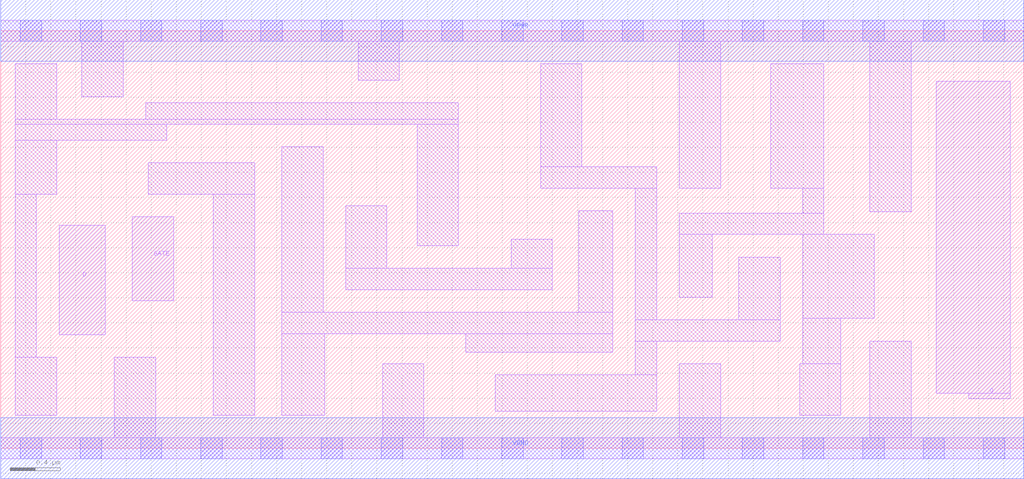
<source format=lef>
# Copyright 2020 The SkyWater PDK Authors
#
# Licensed under the Apache License, Version 2.0 (the "License");
# you may not use this file except in compliance with the License.
# You may obtain a copy of the License at
#
#     https://www.apache.org/licenses/LICENSE-2.0
#
# Unless required by applicable law or agreed to in writing, software
# distributed under the License is distributed on an "AS IS" BASIS,
# WITHOUT WARRANTIES OR CONDITIONS OF ANY KIND, either express or implied.
# See the License for the specific language governing permissions and
# limitations under the License.
#
# SPDX-License-Identifier: Apache-2.0

VERSION 5.7 ;
  NOWIREEXTENSIONATPIN ON ;
  DIVIDERCHAR "/" ;
  BUSBITCHARS "[]" ;
UNITS
  DATABASE MICRONS 200 ;
END UNITS
MACRO sky130_fd_sc_lp__dlxtp_lp2
  CLASS CORE ;
  FOREIGN sky130_fd_sc_lp__dlxtp_lp2 ;
  ORIGIN  0.000000  0.000000 ;
  SIZE  8.160000 BY  3.330000 ;
  SYMMETRY X Y R90 ;
  SITE unit ;
  PIN D
    ANTENNAGATEAREA  0.376000 ;
    DIRECTION INPUT ;
    USE SIGNAL ;
    PORT
      LAYER li1 ;
        RECT 0.465000 0.905000 0.835000 1.780000 ;
    END
  END D
  PIN Q
    ANTENNADIFFAREA  0.402600 ;
    DIRECTION OUTPUT ;
    USE SIGNAL ;
    PORT
      LAYER li1 ;
        RECT 7.460000 0.440000 8.050000 2.925000 ;
        RECT 7.720000 0.395000 8.050000 0.440000 ;
    END
  END Q
  PIN GATE
    ANTENNAGATEAREA  0.376000 ;
    DIRECTION INPUT ;
    USE CLOCK ;
    PORT
      LAYER li1 ;
        RECT 1.050000 1.175000 1.380000 1.845000 ;
    END
  END GATE
  PIN VGND
    DIRECTION INOUT ;
    USE GROUND ;
    PORT
      LAYER met1 ;
        RECT 0.000000 -0.245000 8.160000 0.245000 ;
    END
  END VGND
  PIN VPWR
    DIRECTION INOUT ;
    USE POWER ;
    PORT
      LAYER met1 ;
        RECT 0.000000 3.085000 8.160000 3.575000 ;
    END
  END VPWR
  OBS
    LAYER li1 ;
      RECT 0.000000 -0.085000 8.160000 0.085000 ;
      RECT 0.000000  3.245000 8.160000 3.415000 ;
      RECT 0.115000  0.265000 0.445000 0.725000 ;
      RECT 0.115000  0.725000 0.285000 2.025000 ;
      RECT 0.115000  2.025000 0.445000 2.455000 ;
      RECT 0.115000  2.455000 1.325000 2.585000 ;
      RECT 0.115000  2.585000 3.650000 2.625000 ;
      RECT 0.115000  2.625000 0.445000 3.065000 ;
      RECT 0.645000  2.805000 0.975000 3.245000 ;
      RECT 0.905000  0.085000 1.235000 0.725000 ;
      RECT 1.155000  2.625000 3.650000 2.755000 ;
      RECT 1.175000  2.025000 2.025000 2.275000 ;
      RECT 1.695000  0.265000 2.025000 2.025000 ;
      RECT 2.240000  0.265000 2.585000 0.915000 ;
      RECT 2.240000  0.915000 4.880000 1.085000 ;
      RECT 2.240000  1.085000 2.570000 2.405000 ;
      RECT 2.750000  1.265000 4.400000 1.435000 ;
      RECT 2.750000  1.435000 3.080000 1.935000 ;
      RECT 2.850000  2.935000 3.180000 3.245000 ;
      RECT 3.045000  0.085000 3.375000 0.675000 ;
      RECT 3.320000  1.615000 3.650000 2.585000 ;
      RECT 3.710000  0.765000 4.880000 0.915000 ;
      RECT 3.945000  0.295000 5.230000 0.585000 ;
      RECT 4.070000  1.435000 4.400000 1.665000 ;
      RECT 4.305000  2.075000 5.230000 2.245000 ;
      RECT 4.305000  2.245000 4.635000 3.065000 ;
      RECT 4.610000  1.085000 4.880000 1.895000 ;
      RECT 5.060000  0.585000 5.230000 0.855000 ;
      RECT 5.060000  0.855000 6.215000 1.025000 ;
      RECT 5.060000  1.025000 5.230000 2.075000 ;
      RECT 5.410000  0.085000 5.740000 0.675000 ;
      RECT 5.410000  1.205000 5.675000 1.705000 ;
      RECT 5.410000  1.705000 6.565000 1.875000 ;
      RECT 5.410000  2.075000 5.740000 3.245000 ;
      RECT 5.885000  1.025000 6.215000 1.525000 ;
      RECT 6.140000  2.075000 6.565000 3.065000 ;
      RECT 6.370000  0.265000 6.700000 0.675000 ;
      RECT 6.395000  0.675000 6.700000 1.035000 ;
      RECT 6.395000  1.035000 6.965000 1.705000 ;
      RECT 6.395000  1.875000 6.565000 2.075000 ;
      RECT 6.930000  0.085000 7.260000 0.855000 ;
      RECT 6.930000  1.885000 7.260000 3.245000 ;
    LAYER mcon ;
      RECT 0.155000 -0.085000 0.325000 0.085000 ;
      RECT 0.155000  3.245000 0.325000 3.415000 ;
      RECT 0.635000 -0.085000 0.805000 0.085000 ;
      RECT 0.635000  3.245000 0.805000 3.415000 ;
      RECT 1.115000 -0.085000 1.285000 0.085000 ;
      RECT 1.115000  3.245000 1.285000 3.415000 ;
      RECT 1.595000 -0.085000 1.765000 0.085000 ;
      RECT 1.595000  3.245000 1.765000 3.415000 ;
      RECT 2.075000 -0.085000 2.245000 0.085000 ;
      RECT 2.075000  3.245000 2.245000 3.415000 ;
      RECT 2.555000 -0.085000 2.725000 0.085000 ;
      RECT 2.555000  3.245000 2.725000 3.415000 ;
      RECT 3.035000 -0.085000 3.205000 0.085000 ;
      RECT 3.035000  3.245000 3.205000 3.415000 ;
      RECT 3.515000 -0.085000 3.685000 0.085000 ;
      RECT 3.515000  3.245000 3.685000 3.415000 ;
      RECT 3.995000 -0.085000 4.165000 0.085000 ;
      RECT 3.995000  3.245000 4.165000 3.415000 ;
      RECT 4.475000 -0.085000 4.645000 0.085000 ;
      RECT 4.475000  3.245000 4.645000 3.415000 ;
      RECT 4.955000 -0.085000 5.125000 0.085000 ;
      RECT 4.955000  3.245000 5.125000 3.415000 ;
      RECT 5.435000 -0.085000 5.605000 0.085000 ;
      RECT 5.435000  3.245000 5.605000 3.415000 ;
      RECT 5.915000 -0.085000 6.085000 0.085000 ;
      RECT 5.915000  3.245000 6.085000 3.415000 ;
      RECT 6.395000 -0.085000 6.565000 0.085000 ;
      RECT 6.395000  3.245000 6.565000 3.415000 ;
      RECT 6.875000 -0.085000 7.045000 0.085000 ;
      RECT 6.875000  3.245000 7.045000 3.415000 ;
      RECT 7.355000 -0.085000 7.525000 0.085000 ;
      RECT 7.355000  3.245000 7.525000 3.415000 ;
      RECT 7.835000 -0.085000 8.005000 0.085000 ;
      RECT 7.835000  3.245000 8.005000 3.415000 ;
  END
END sky130_fd_sc_lp__dlxtp_lp2
END LIBRARY

</source>
